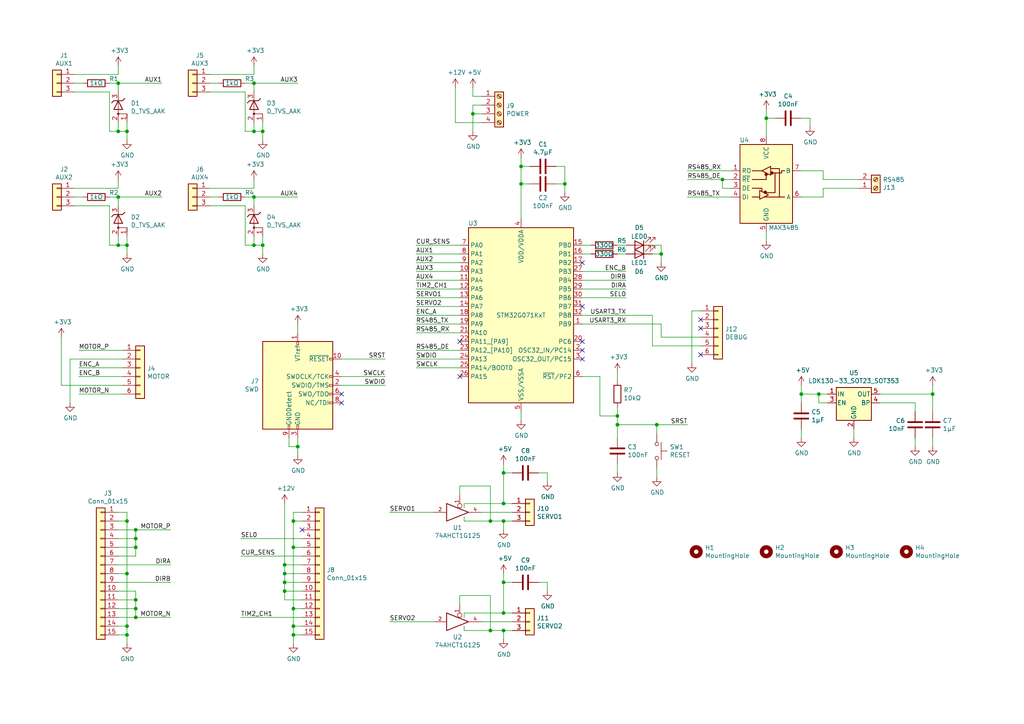
<source format=kicad_sch>
(kicad_sch (version 20230121) (generator eeschema)
  (paper "A4")
  (title_block (title "Motor Driver Board") (date "2020-09-30") (rev "1.0") (company "Nathan Dumont") (comment 1 "https://nathandumont.com/blog/robot-motor-control-board"))
  (lib_symbols
    (symbol "Connector:Conn_ARM_JTAG_SWD_10" (pin_names (offset 1.016))
      (property "Reference" "J" (at -2.54 16.51 0))
      (property "Value" "Conn_ARM_JTAG_SWD_10" (at -2.54 13.97 0))
      (symbol "Conn_ARM_JTAG_SWD_10_1_1"
        (pin power_in line (at 0 15.24 270) (length 2.54) (name "VTref") (number "1"))
        (pin open_collector line (at 12.7 7.62 180) (length 2.54) (name "~{RESET}") (number "10"))
        (pin bidirectional line (at 12.7 0 180) (length 2.54) (name "SWDIO/TMS") (number "2"))
        (pin power_in line (at 0 -15.24 90) (length 2.54) (name "GND") (number "3"))
        (pin output line (at 12.7 2.54 180) (length 2.54) (name "SWDCLK/TCK") (number "4"))
        (pin passive line (at 0 -15.24 90) (length 2.54) hide (name "GND") (number "5"))
        (pin input line (at 12.7 -2.54 180) (length 2.54) (name "SWO/TDO") (number "6"))
        (pin no_connect line (at -10.16 0 0) (length 2.54) hide (name "KEY") (number "7"))
        (pin output line (at 12.7 -5.08 180) (length 2.54) (name "NC/TDI") (number "8"))
        (pin passive line (at -2.54 -15.24 90) (length 2.54) (name "GNDDetect") (number "9"))
      )
    )
    (symbol "Connector:Screw_Terminal_01x02" (pin_names (offset 1.016) hide)
      (property "Reference" "J" (at 0 2.54 0))
      (property "Value" "Screw_Terminal_01x02" (at 0 -5.08 0))
      (symbol "Screw_Terminal_01x02_1_1"
        (pin passive line (at -5.08 0 0) (length 3.81) (name "Pin_1") (number "1"))
        (pin passive line (at -5.08 -2.54 0) (length 3.81) (name "Pin_2") (number "2"))
      )
    )
    (symbol "Connector:Screw_Terminal_01x04" (pin_names (offset 1.016) hide)
      (property "Reference" "J" (at 0 5.08 0))
      (property "Value" "Screw_Terminal_01x04" (at 0 -7.62 0))
      (symbol "Screw_Terminal_01x04_1_1"
        (pin passive line (at -5.08 2.54 0) (length 3.81) (name "Pin_1") (number "1"))
        (pin passive line (at -5.08 0 0) (length 3.81) (name "Pin_2") (number "2"))
        (pin passive line (at -5.08 -2.54 0) (length 3.81) (name "Pin_3") (number "3"))
        (pin passive line (at -5.08 -5.08 0) (length 3.81) (name "Pin_4") (number "4"))
      )
    )
    (symbol "Connector_Generic:Conn_01x03" (pin_names (offset 1.016) hide)
      (property "Reference" "J" (at 0 5.08 0))
      (property "Value" "Conn_01x03" (at 0 -5.08 0))
      (symbol "Conn_01x03_1_1"
        (pin passive line (at -5.08 2.54 0) (length 3.81) (name "Pin_1") (number "1"))
        (pin passive line (at -5.08 0 0) (length 3.81) (name "Pin_2") (number "2"))
        (pin passive line (at -5.08 -2.54 0) (length 3.81) (name "Pin_3") (number "3"))
      )
    )
    (symbol "Connector_Generic:Conn_01x06" (pin_names (offset 1.016) hide)
      (property "Reference" "J" (at 0 7.62 0))
      (property "Value" "Conn_01x06" (at 0 -10.16 0))
      (symbol "Conn_01x06_1_1"
        (pin passive line (at -5.08 5.08 0) (length 3.81) (name "Pin_1") (number "1"))
        (pin passive line (at -5.08 2.54 0) (length 3.81) (name "Pin_2") (number "2"))
        (pin passive line (at -5.08 0 0) (length 3.81) (name "Pin_3") (number "3"))
        (pin passive line (at -5.08 -2.54 0) (length 3.81) (name "Pin_4") (number "4"))
        (pin passive line (at -5.08 -5.08 0) (length 3.81) (name "Pin_5") (number "5"))
        (pin passive line (at -5.08 -7.62 0) (length 3.81) (name "Pin_6") (number "6"))
      )
    )
    (symbol "Connector_Generic:Conn_01x15" (pin_names (offset 1.016) hide)
      (property "Reference" "J" (at 0 20.32 0))
      (property "Value" "Conn_01x15" (at 0 -20.32 0))
      (symbol "Conn_01x15_1_1"
        (pin passive line (at -5.08 17.78 0) (length 3.81) (name "Pin_1") (number "1"))
        (pin passive line (at -5.08 -5.08 0) (length 3.81) (name "Pin_10") (number "10"))
        (pin passive line (at -5.08 -7.62 0) (length 3.81) (name "Pin_11") (number "11"))
        (pin passive line (at -5.08 -10.16 0) (length 3.81) (name "Pin_12") (number "12"))
        (pin passive line (at -5.08 -12.7 0) (length 3.81) (name "Pin_13") (number "13"))
        (pin passive line (at -5.08 -15.24 0) (length 3.81) (name "Pin_14") (number "14"))
        (pin passive line (at -5.08 -17.78 0) (length 3.81) (name "Pin_15") (number "15"))
        (pin passive line (at -5.08 15.24 0) (length 3.81) (name "Pin_2") (number "2"))
        (pin passive line (at -5.08 12.7 0) (length 3.81) (name "Pin_3") (number "3"))
        (pin passive line (at -5.08 10.16 0) (length 3.81) (name "Pin_4") (number "4"))
        (pin passive line (at -5.08 7.62 0) (length 3.81) (name "Pin_5") (number "5"))
        (pin passive line (at -5.08 5.08 0) (length 3.81) (name "Pin_6") (number "6"))
        (pin passive line (at -5.08 2.54 0) (length 3.81) (name "Pin_7") (number "7"))
        (pin passive line (at -5.08 0 0) (length 3.81) (name "Pin_8") (number "8"))
        (pin passive line (at -5.08 -2.54 0) (length 3.81) (name "Pin_9") (number "9"))
      )
    )
    (symbol "Device:C" (pin_numbers hide) (pin_names (offset 0.254))
      (property "Reference" "C" (at 0.635 2.54 0))
      (property "Value" "C" (at 0.635 -2.54 0))
      (symbol "C_1_1"
        (pin passive line (at 0 3.81 270) (length 2.794) (name "~") (number "1"))
        (pin passive line (at 0 -3.81 90) (length 2.794) (name "~") (number "2"))
      )
    )
    (symbol "Device:LED" (pin_numbers hide) (pin_names (offset 1.016) hide)
      (property "Reference" "D" (at 0 2.54 0))
      (property "Value" "LED" (at 0 -2.54 0))
      (symbol "LED_1_1"
        (pin passive line (at -3.81 0 0) (length 2.54) (name "K") (number "1"))
        (pin passive line (at 3.81 0 180) (length 2.54) (name "A") (number "2"))
      )
    )
    (symbol "Device:R" (pin_numbers hide) (pin_names (offset 0))
      (property "Reference" "R" (at 2.032 0 90))
      (property "Value" "R" (at 0 0 90))
      (symbol "R_1_1"
        (pin passive line (at 0 3.81 270) (length 1.27) (name "~") (number "1"))
        (pin passive line (at 0 -3.81 90) (length 1.27) (name "~") (number "2"))
      )
    )
    (symbol "Interface_UART:MAX3485"
      (property "Reference" "U" (at -6.096 11.43 0))
      (property "Value" "MAX3485" (at 0.762 11.43 0))
      (symbol "MAX3485_1_1"
        (pin output line (at -10.16 2.54 0) (length 2.54) (name "RO") (number "1"))
        (pin input line (at -10.16 0 0) (length 2.54) (name "~{RE}") (number "2"))
        (pin input line (at -10.16 -2.54 0) (length 2.54) (name "DE") (number "3"))
        (pin input line (at -10.16 -5.08 0) (length 2.54) (name "DI") (number "4"))
        (pin power_in line (at 0 -15.24 90) (length 2.54) (name "GND") (number "5"))
        (pin bidirectional line (at 10.16 -5.08 180) (length 2.54) (name "A") (number "6"))
        (pin bidirectional line (at 10.16 2.54 180) (length 2.54) (name "B") (number "7"))
        (pin power_in line (at 0 12.7 270) (length 2.54) (name "VCC") (number "8"))
      )
    )
    (symbol "Mechanical:MountingHole" (pin_names (offset 1.016))
      (property "Reference" "H" (at 0 5.08 0))
      (property "Value" "MountingHole" (at 0 3.175 0))
    )
    (symbol "Regulator_Linear:LDK130-33_SOT23_SOT353" (pin_names (offset 0.254))
      (property "Reference" "U" (at -3.81 5.715 0))
      (property "Value" "LDK130-33_SOT23_SOT353" (at 0 5.715 0))
      (symbol "LDK130-33_SOT23_SOT353_1_1"
        (pin power_in line (at -7.62 2.54 0) (length 2.54) (name "IN") (number "1"))
        (pin power_in line (at 0 -7.62 90) (length 2.54) (name "GND") (number "2"))
        (pin input line (at -7.62 0 0) (length 2.54) (name "EN") (number "3"))
        (pin passive line (at 7.62 0 180) (length 2.54) (name "BP") (number "4"))
        (pin power_out line (at 7.62 2.54 180) (length 2.54) (name "OUT") (number "5"))
      )
    )
    (symbol "Switch:SW_Push" (pin_numbers hide) (pin_names (offset 1.016) hide)
      (property "Reference" "SW" (at 1.27 2.54 0))
      (property "Value" "SW_Push" (at 0 -1.524 0))
      (symbol "SW_Push_0_1"
        (pin passive line (at -5.08 0 0) (length 2.54) (name "1") (number "1"))
        (pin passive line (at 5.08 0 180) (length 2.54) (name "2") (number "2"))
      )
    )
    (symbol "extras:D_TVS_AAK" (pin_names (offset 0) hide)
      (property "Reference" "D" (at 0 2.54 0))
      (property "Value" "D_TVS_AAK" (at 0 -2.54 0))
      (symbol "D_TVS_AAK_1_1"
        (pin passive line (at 5.08 2.54 180) (length 2.54) (name "A") (number "1"))
        (pin passive line (at 5.08 0 180) (length 2.54) (name "A") (number "2"))
        (pin passive line (at -3.81 0 0) (length 2.54) (name "K") (number "3"))
      )
    )
    (symbol "motor_board-rescue:+3.3V-power" (power) (pin_names (offset 0))
      (property "Value" "+3.3V-power" (at 0 3.556 0))
      (symbol "+3.3V-power_1_1"
        (pin power_in line (at 0 0 90) (length 0) hide (name "+3V3") (number "1"))
      )
    )
    (symbol "motor_board-rescue:74AHCT1G125-74xGxx" (pin_names (offset 1.016))
      (property "Reference" "U" (at -2.54 3.81 0))
      (property "Value" "74xGxx_74AHCT1G125" (at 0 -3.81 0))
      (symbol "74AHCT1G125-74xGxx_1_1"
        (pin input inverted (at 0 5.08 270) (length 3.81) (name "~") (number "1"))
        (pin input line (at -7.62 0 0) (length 3.81) (name "~") (number "2"))
        (pin power_in line (at 1.27 -1.27 270) (length 0) hide (name "GND") (number "3"))
        (pin tri_state line (at 6.35 0 180) (length 3.81) (name "~") (number "4"))
        (pin power_in line (at 1.27 1.27 90) (length 0) hide (name "VCC") (number "5"))
      )
    )
    (symbol "motor_board-rescue:STM32G071KxT-MCU_ST_STM32G0"
      (property "Reference" "U" (at -15.24 26.67 0))
      (property "Value" "MCU_ST_STM32G0_STM32G071KxT" (at 1.27 26.67 0))
      (symbol "STM32G071KxT-MCU_ST_STM32G0_1_1"
        (pin bidirectional line (at 17.78 -2.54 180) (length 2.54) (name "PB9") (number "1"))
        (pin bidirectional line (at -17.78 12.7 0) (length 2.54) (name "PA3") (number "10"))
        (pin bidirectional line (at -17.78 10.16 0) (length 2.54) (name "PA4") (number "11"))
        (pin bidirectional line (at -17.78 7.62 0) (length 2.54) (name "PA5") (number "12"))
        (pin bidirectional line (at -17.78 5.08 0) (length 2.54) (name "PA6") (number "13"))
        (pin bidirectional line (at -17.78 2.54 0) (length 2.54) (name "PA7") (number "14"))
        (pin bidirectional line (at 17.78 20.32 180) (length 2.54) (name "PB0") (number "15"))
        (pin bidirectional line (at 17.78 17.78 180) (length 2.54) (name "PB1") (number "16"))
        (pin bidirectional line (at 17.78 15.24 180) (length 2.54) (name "PB2") (number "17"))
        (pin bidirectional line (at -17.78 0 0) (length 2.54) (name "PA8") (number "18"))
        (pin bidirectional line (at -17.78 -2.54 0) (length 2.54) (name "PA9") (number "19"))
        (pin bidirectional line (at 17.78 -10.16 180) (length 2.54) (name "OSC32_IN/PC14") (number "2"))
        (pin bidirectional line (at 17.78 -7.62 180) (length 2.54) (name "PC6") (number "20"))
        (pin bidirectional line (at -17.78 -5.08 0) (length 2.54) (name "PA10") (number "21"))
        (pin bidirectional line (at -17.78 -7.62 0) (length 2.54) (name "PA11_[PA9]") (number "22"))
        (pin bidirectional line (at -17.78 -10.16 0) (length 2.54) (name "PA12_[PA10]") (number "23"))
        (pin bidirectional line (at -17.78 -12.7 0) (length 2.54) (name "PA13") (number "24"))
        (pin bidirectional line (at -17.78 -15.24 0) (length 2.54) (name "PA14/BOOT0") (number "25"))
        (pin bidirectional line (at -17.78 -17.78 0) (length 2.54) (name "PA15") (number "26"))
        (pin bidirectional line (at 17.78 12.7 180) (length 2.54) (name "PB3") (number "27"))
        (pin bidirectional line (at 17.78 10.16 180) (length 2.54) (name "PB4") (number "28"))
        (pin bidirectional line (at 17.78 7.62 180) (length 2.54) (name "PB5") (number "29"))
        (pin bidirectional line (at 17.78 -12.7 180) (length 2.54) (name "OSC32_OUT/PC15") (number "3"))
        (pin bidirectional line (at 17.78 5.08 180) (length 2.54) (name "PB6") (number "30"))
        (pin bidirectional line (at 17.78 2.54 180) (length 2.54) (name "PB7") (number "31"))
        (pin bidirectional line (at 17.78 0 180) (length 2.54) (name "PB8") (number "32"))
        (pin power_in line (at 0 27.94 270) (length 2.54) (name "VDD/VDDA") (number "4"))
        (pin power_in line (at 0 -27.94 90) (length 2.54) (name "VSS/VSSA") (number "5"))
        (pin bidirectional line (at 17.78 -17.78 180) (length 2.54) (name "~{RST}/PF2") (number "6"))
        (pin bidirectional line (at -17.78 20.32 0) (length 2.54) (name "PA0") (number "7"))
        (pin bidirectional line (at -17.78 17.78 0) (length 2.54) (name "PA1") (number "8"))
        (pin bidirectional line (at -17.78 15.24 0) (length 2.54) (name "PA2") (number "9"))
      )
    )
    (symbol "power:+12V" (power) (pin_names (offset 0))
      (property "Value" "+12V" (at 0 3.556 0))
      (symbol "+12V_1_1"
        (pin power_in line (at 0 0 90) (length 0) hide (name "+12V") (number "1"))
      )
    )
    (symbol "power:+5V" (power) (pin_names (offset 0))
      (property "Value" "+5V" (at 0 3.556 0))
      (symbol "+5V_1_1"
        (pin power_in line (at 0 0 90) (length 0) hide (name "+5V") (number "1"))
      )
    )
    (symbol "power:GND" (power) (pin_names (offset 0))
      (property "Value" "GND" (at 0 -3.81 0))
      (symbol "GND_1_1"
        (pin power_in line (at 0 0 270) (length 0) hide (name "GND") (number "1"))
      )
    )
    (symbol "power:PWR_FLAG" (power) (pin_numbers hide) (pin_names (offset 0) hide)
      (property "Value" "PWR_FLAG" (at 0 3.81 0))
      (symbol "PWR_FLAG_0_0"
        (pin power_out line (at 0 0 90) (length 0) (name "pwr") (number "1"))
      )
    )
  )
  (junction (at 142.24 151.13))
  (junction (at 36.83 38.1))
  (junction (at 85.09 181.61))
  (junction (at 163.83 53.34))
  (junction (at 36.83 184.15))
  (junction (at 85.09 176.53))
  (junction (at 85.09 151.13))
  (junction (at 36.83 151.13))
  (junction (at 270.51 114.3))
  (junction (at 36.83 71.12))
  (junction (at 34.29 71.12))
  (junction (at 73.66 24.13))
  (junction (at 146.05 168.91))
  (junction (at 34.29 38.1))
  (junction (at 146.05 137.16))
  (junction (at 146.05 151.13))
  (junction (at 82.55 171.45))
  (junction (at 179.07 120.65))
  (junction (at 76.2 38.1))
  (junction (at 39.37 176.53))
  (junction (at 232.41 114.3))
  (junction (at 36.83 166.37))
  (junction (at 73.66 57.15))
  (junction (at 82.55 168.91))
  (junction (at 209.55 52.07))
  (junction (at 76.2 71.12))
  (junction (at 82.55 163.83))
  (junction (at 39.37 158.75))
  (junction (at 36.83 181.61))
  (junction (at 73.66 38.1))
  (junction (at 146.05 146.05))
  (junction (at 190.5 123.19))
  (junction (at 39.37 173.99))
  (junction (at 86.36 129.54))
  (junction (at 73.66 71.12))
  (junction (at 146.05 177.8))
  (junction (at 222.25 34.29))
  (junction (at 39.37 153.67))
  (junction (at 85.09 158.75))
  (junction (at 82.55 166.37))
  (junction (at 146.05 182.88))
  (junction (at 39.37 179.07))
  (junction (at 34.29 57.15))
  (junction (at 39.37 156.21))
  (junction (at 191.77 73.66))
  (junction (at 237.49 114.3))
  (junction (at 137.16 33.02))
  (junction (at 179.07 123.19))
  (junction (at 85.09 184.15))
  (junction (at 151.13 53.34))
  (junction (at 151.13 48.26))
  (junction (at 34.29 24.13))
  (junction (at 142.24 182.88))
  (no_connect (at 99.06 116.84))
  (no_connect (at 168.91 88.9))
  (no_connect (at 168.91 76.2))
  (no_connect (at 168.91 99.06))
  (no_connect (at 203.2 102.87))
  (no_connect (at 133.35 99.06))
  (no_connect (at 133.35 109.22))
  (no_connect (at 203.2 95.25))
  (no_connect (at 87.63 153.67))
  (no_connect (at 99.06 114.3))
  (no_connect (at 203.2 92.71))
  (no_connect (at 168.91 104.14))
  (no_connect (at 168.91 101.6))
  (wire (pts (xy 212.09 49.53) (xy 199.39 49.53)))
  (wire (pts (xy 181.61 81.28) (xy 168.91 81.28)))
  (wire (pts (xy 189.23 91.44) (xy 189.23 100.33)))
  (wire (pts (xy 34.29 184.15) (xy 36.83 184.15)))
  (wire (pts (xy 199.39 52.07) (xy 209.55 52.07)))
  (wire (pts (xy 36.83 38.1) (xy 36.83 40.64)))
  (wire (pts (xy 151.13 48.26) (xy 151.13 45.72)))
  (wire (pts (xy 71.12 26.67) (xy 71.12 38.1)))
  (wire (pts (xy 181.61 78.74) (xy 168.91 78.74)))
  (wire (pts (xy 85.09 148.59) (xy 85.09 151.13)))
  (wire (pts (xy 232.41 114.3) (xy 232.41 116.84)))
  (wire (pts (xy 87.63 173.99) (xy 82.55 173.99)))
  (wire (pts (xy 139.7 35.56) (xy 132.08 35.56)))
  (wire (pts (xy 39.37 158.75) (xy 39.37 156.21)))
  (wire (pts (xy 190.5 135.89) (xy 190.5 138.43)))
  (wire (pts (xy 34.29 151.13) (xy 36.83 151.13)))
  (wire (pts (xy 270.51 119.38) (xy 270.51 114.3)))
  (wire (pts (xy 21.59 24.13) (xy 24.13 24.13)))
  (wire (pts (xy 73.66 38.1) (xy 76.2 38.1)))
  (wire (pts (xy 31.75 24.13) (xy 34.29 24.13)))
  (wire (pts (xy 73.66 38.1) (xy 73.66 35.56)))
  (wire (pts (xy 69.85 156.21) (xy 87.63 156.21)))
  (wire (pts (xy 120.65 73.66) (xy 133.35 73.66)))
  (wire (pts (xy 134.62 146.05) (xy 146.05 146.05)))
  (wire (pts (xy 86.36 129.54) (xy 86.36 127)))
  (wire (pts (xy 270.51 114.3) (xy 255.27 114.3)))
  (wire (pts (xy 36.83 148.59) (xy 34.29 148.59)))
  (wire (pts (xy 134.62 149.86) (xy 134.62 151.13)))
  (wire (pts (xy 31.75 26.67) (xy 31.75 38.1)))
  (wire (pts (xy 34.29 166.37) (xy 36.83 166.37)))
  (wire (pts (xy 34.29 21.59) (xy 34.29 19.05)))
  (wire (pts (xy 35.56 111.76) (xy 17.78 111.76)))
  (wire (pts (xy 191.77 71.12) (xy 191.77 73.66)))
  (wire (pts (xy 133.35 91.44) (xy 120.65 91.44)))
  (wire (pts (xy 35.56 104.14) (xy 20.32 104.14)))
  (wire (pts (xy 168.91 91.44) (xy 189.23 91.44)))
  (wire (pts (xy 21.59 54.61) (xy 34.29 54.61)))
  (wire (pts (xy 60.96 59.69) (xy 71.12 59.69)))
  (wire (pts (xy 39.37 153.67) (xy 49.53 153.67)))
  (wire (pts (xy 189.23 100.33) (xy 203.2 100.33)))
  (wire (pts (xy 60.96 26.67) (xy 71.12 26.67)))
  (wire (pts (xy 133.35 88.9) (xy 120.65 88.9)))
  (wire (pts (xy 179.07 120.65) (xy 179.07 118.11)))
  (wire (pts (xy 137.16 33.02) (xy 137.16 38.1)))
  (wire (pts (xy 34.29 163.83) (xy 49.53 163.83)))
  (wire (pts (xy 148.59 148.59) (xy 139.7 148.59)))
  (wire (pts (xy 232.41 124.46) (xy 232.41 127)))
  (wire (pts (xy 71.12 71.12) (xy 73.66 71.12)))
  (wire (pts (xy 82.55 163.83) (xy 82.55 146.05)))
  (wire (pts (xy 39.37 179.07) (xy 49.53 179.07)))
  (wire (pts (xy 148.59 151.13) (xy 146.05 151.13)))
  (wire (pts (xy 39.37 173.99) (xy 39.37 176.53)))
  (wire (pts (xy 22.86 109.22) (xy 35.56 109.22)))
  (wire (pts (xy 265.43 116.84) (xy 265.43 119.38)))
  (wire (pts (xy 60.96 24.13) (xy 63.5 24.13)))
  (wire (pts (xy 240.03 116.84) (xy 237.49 116.84)))
  (wire (pts (xy 134.62 151.13) (xy 142.24 151.13)))
  (wire (pts (xy 17.78 111.76) (xy 17.78 97.79)))
  (wire (pts (xy 36.83 184.15) (xy 36.83 186.69)))
  (wire (pts (xy 76.2 38.1) (xy 76.2 35.56)))
  (wire (pts (xy 146.05 177.8) (xy 146.05 168.91)))
  (wire (pts (xy 222.25 34.29) (xy 222.25 39.37)))
  (wire (pts (xy 36.83 166.37) (xy 36.83 151.13)))
  (wire (pts (xy 73.66 71.12) (xy 76.2 71.12)))
  (wire (pts (xy 99.06 104.14) (xy 111.76 104.14)))
  (wire (pts (xy 158.75 137.16) (xy 158.75 139.7)))
  (wire (pts (xy 39.37 171.45) (xy 39.37 173.99)))
  (wire (pts (xy 120.65 83.82) (xy 133.35 83.82)))
  (wire (pts (xy 36.83 38.1) (xy 36.83 35.56)))
  (wire (pts (xy 76.2 71.12) (xy 76.2 68.58)))
  (wire (pts (xy 203.2 90.17) (xy 200.66 90.17)))
  (wire (pts (xy 87.63 184.15) (xy 85.09 184.15)))
  (wire (pts (xy 151.13 63.5) (xy 151.13 53.34)))
  (wire (pts (xy 316.23 99.06) (xy 316.23 95.25)))
  (wire (pts (xy 69.85 179.07) (xy 87.63 179.07)))
  (wire (pts (xy 156.21 137.16) (xy 158.75 137.16)))
  (wire (pts (xy 87.63 181.61) (xy 85.09 181.61)))
  (wire (pts (xy 73.66 24.13) (xy 73.66 26.67)))
  (wire (pts (xy 85.09 181.61) (xy 85.09 184.15)))
  (wire (pts (xy 158.75 168.91) (xy 158.75 171.45)))
  (wire (pts (xy 87.63 151.13) (xy 85.09 151.13)))
  (wire (pts (xy 36.83 71.12) (xy 36.83 73.66)))
  (wire (pts (xy 73.66 57.15) (xy 86.36 57.15)))
  (wire (pts (xy 238.76 57.15) (xy 238.76 54.61)))
  (wire (pts (xy 148.59 182.88) (xy 146.05 182.88)))
  (wire (pts (xy 265.43 127) (xy 265.43 129.54)))
  (wire (pts (xy 173.99 120.65) (xy 179.07 120.65)))
  (wire (pts (xy 137.16 27.94) (xy 137.16 25.4)))
  (wire (pts (xy 120.65 104.14) (xy 133.35 104.14)))
  (wire (pts (xy 168.91 93.98) (xy 191.77 93.98)))
  (wire (pts (xy 71.12 24.13) (xy 73.66 24.13)))
  (wire (pts (xy 148.59 168.91) (xy 146.05 168.91)))
  (wire (pts (xy 232.41 34.29) (xy 234.95 34.29)))
  (wire (pts (xy 34.29 38.1) (xy 34.29 35.56)))
  (wire (pts (xy 34.29 24.13) (xy 46.99 24.13)))
  (wire (pts (xy 34.29 24.13) (xy 34.29 26.67)))
  (wire (pts (xy 270.51 114.3) (xy 270.51 111.76)))
  (wire (pts (xy 76.2 71.12) (xy 76.2 73.66)))
  (wire (pts (xy 35.56 106.68) (xy 22.86 106.68)))
  (wire (pts (xy 34.29 156.21) (xy 39.37 156.21)))
  (wire (pts (xy 34.29 54.61) (xy 34.29 52.07)))
  (wire (pts (xy 71.12 57.15) (xy 73.66 57.15)))
  (wire (pts (xy 200.66 90.17) (xy 200.66 105.41)))
  (wire (pts (xy 82.55 171.45) (xy 82.55 168.91)))
  (wire (pts (xy 120.65 81.28) (xy 133.35 81.28)))
  (wire (pts (xy 133.35 143.51) (xy 133.35 140.97)))
  (wire (pts (xy 35.56 114.3) (xy 22.86 114.3)))
  (wire (pts (xy 222.25 34.29) (xy 222.25 31.75)))
  (wire (pts (xy 222.25 67.31) (xy 222.25 69.85)))
  (wire (pts (xy 133.35 140.97) (xy 142.24 140.97)))
  (wire (pts (xy 21.59 57.15) (xy 24.13 57.15)))
  (wire (pts (xy 326.39 99.06) (xy 326.39 95.25)))
  (wire (pts (xy 87.63 148.59) (xy 85.09 148.59)))
  (wire (pts (xy 163.83 48.26) (xy 163.83 53.34)))
  (wire (pts (xy 156.21 168.91) (xy 158.75 168.91)))
  (wire (pts (xy 139.7 27.94) (xy 137.16 27.94)))
  (wire (pts (xy 191.77 93.98) (xy 191.77 97.79)))
  (wire (pts (xy 139.7 33.02) (xy 137.16 33.02)))
  (wire (pts (xy 34.29 38.1) (xy 36.83 38.1)))
  (wire (pts (xy 151.13 121.92) (xy 151.13 119.38)))
  (wire (pts (xy 87.63 163.83) (xy 82.55 163.83)))
  (wire (pts (xy 87.63 171.45) (xy 82.55 171.45)))
  (wire (pts (xy 137.16 30.48) (xy 137.16 33.02)))
  (wire (pts (xy 146.05 151.13) (xy 146.05 153.67)))
  (wire (pts (xy 34.29 158.75) (xy 39.37 158.75)))
  (wire (pts (xy 111.76 111.76) (xy 99.06 111.76)))
  (wire (pts (xy 31.75 71.12) (xy 34.29 71.12)))
  (wire (pts (xy 146.05 168.91) (xy 146.05 166.37)))
  (wire (pts (xy 34.29 57.15) (xy 46.99 57.15)))
  (wire (pts (xy 34.29 181.61) (xy 36.83 181.61)))
  (wire (pts (xy 120.65 93.98) (xy 133.35 93.98)))
  (wire (pts (xy 146.05 146.05) (xy 146.05 137.16)))
  (wire (pts (xy 179.07 123.19) (xy 179.07 120.65)))
  (wire (pts (xy 148.59 137.16) (xy 146.05 137.16)))
  (wire (pts (xy 232.41 57.15) (xy 238.76 57.15)))
  (wire (pts (xy 163.83 53.34) (xy 163.83 55.88)))
  (wire (pts (xy 134.62 177.8) (xy 146.05 177.8)))
  (wire (pts (xy 85.09 176.53) (xy 85.09 181.61)))
  (wire (pts (xy 238.76 52.07) (xy 238.76 49.53)))
  (wire (pts (xy 86.36 129.54) (xy 86.36 132.08)))
  (wire (pts (xy 39.37 161.29) (xy 39.37 158.75)))
  (wire (pts (xy 82.55 163.83) (xy 82.55 166.37)))
  (wire (pts (xy 39.37 156.21) (xy 39.37 153.67)))
  (wire (pts (xy 82.55 166.37) (xy 87.63 166.37)))
  (wire (pts (xy 120.65 71.12) (xy 133.35 71.12)))
  (wire (pts (xy 87.63 158.75) (xy 85.09 158.75)))
  (wire (pts (xy 87.63 161.29) (xy 69.85 161.29)))
  (wire (pts (xy 60.96 21.59) (xy 73.66 21.59)))
  (wire (pts (xy 179.07 127) (xy 179.07 123.19)))
  (wire (pts (xy 83.82 129.54) (xy 86.36 129.54)))
  (wire (pts (xy 73.66 57.15) (xy 73.66 59.69)))
  (wire (pts (xy 247.65 124.46) (xy 247.65 127)))
  (wire (pts (xy 161.29 48.26) (xy 163.83 48.26)))
  (wire (pts (xy 111.76 109.22) (xy 99.06 109.22)))
  (wire (pts (xy 148.59 180.34) (xy 139.7 180.34)))
  (wire (pts (xy 190.5 123.19) (xy 199.39 123.19)))
  (wire (pts (xy 238.76 49.53) (xy 232.41 49.53)))
  (wire (pts (xy 76.2 38.1) (xy 76.2 40.64)))
  (wire (pts (xy 163.83 53.34) (xy 161.29 53.34)))
  (wire (pts (xy 34.29 171.45) (xy 39.37 171.45)))
  (wire (pts (xy 151.13 53.34) (xy 153.67 53.34)))
  (wire (pts (xy 34.29 57.15) (xy 34.29 59.69)))
  (wire (pts (xy 34.29 173.99) (xy 39.37 173.99)))
  (wire (pts (xy 222.25 34.29) (xy 224.79 34.29)))
  (wire (pts (xy 168.91 71.12) (xy 171.45 71.12)))
  (wire (pts (xy 36.83 71.12) (xy 36.83 68.58)))
  (wire (pts (xy 120.65 106.68) (xy 133.35 106.68)))
  (wire (pts (xy 120.65 76.2) (xy 133.35 76.2)))
  (wire (pts (xy 71.12 59.69) (xy 71.12 71.12)))
  (wire (pts (xy 139.7 30.48) (xy 137.16 30.48)))
  (wire (pts (xy 34.29 153.67) (xy 39.37 153.67)))
  (wire (pts (xy 237.49 114.3) (xy 232.41 114.3)))
  (wire (pts (xy 34.29 71.12) (xy 34.29 68.58)))
  (wire (pts (xy 125.73 148.59) (xy 113.03 148.59)))
  (wire (pts (xy 83.82 127) (xy 83.82 129.54)))
  (wire (pts (xy 21.59 21.59) (xy 34.29 21.59)))
  (wire (pts (xy 133.35 86.36) (xy 120.65 86.36)))
  (wire (pts (xy 234.95 34.29) (xy 234.95 36.83)))
  (wire (pts (xy 73.66 54.61) (xy 73.66 52.07)))
  (wire (pts (xy 142.24 172.72) (xy 142.24 182.88)))
  (wire (pts (xy 20.32 104.14) (xy 20.32 116.84)))
  (wire (pts (xy 209.55 52.07) (xy 212.09 52.07)))
  (wire (pts (xy 191.77 97.79) (xy 203.2 97.79)))
  (wire (pts (xy 148.59 146.05) (xy 146.05 146.05)))
  (wire (pts (xy 125.73 180.34) (xy 113.03 180.34)))
  (wire (pts (xy 189.23 73.66) (xy 191.77 73.66)))
  (wire (pts (xy 142.24 182.88) (xy 146.05 182.88)))
  (wire (pts (xy 133.35 175.26) (xy 133.35 172.72)))
  (wire (pts (xy 31.75 38.1) (xy 34.29 38.1)))
  (wire (pts (xy 209.55 54.61) (xy 212.09 54.61)))
  (wire (pts (xy 168.91 109.22) (xy 173.99 109.22)))
  (wire (pts (xy 73.66 24.13) (xy 86.36 24.13)))
  (wire (pts (xy 191.77 73.66) (xy 191.77 76.2)))
  (wire (pts (xy 35.56 101.6) (xy 22.86 101.6)))
  (wire (pts (xy 34.29 161.29) (xy 39.37 161.29)))
  (wire (pts (xy 134.62 179.07) (xy 134.62 177.8)))
  (wire (pts (xy 73.66 21.59) (xy 73.66 19.05)))
  (wire (pts (xy 73.66 71.12) (xy 73.66 68.58)))
  (wire (pts (xy 142.24 140.97) (xy 142.24 151.13)))
  (wire (pts (xy 179.07 73.66) (xy 181.61 73.66)))
  (wire (pts (xy 85.09 184.15) (xy 85.09 186.69)))
  (wire (pts (xy 85.09 151.13) (xy 85.09 158.75)))
  (wire (pts (xy 179.07 71.12) (xy 181.61 71.12)))
  (wire (pts (xy 146.05 137.16) (xy 146.05 134.62)))
  (wire (pts (xy 85.09 158.75) (xy 85.09 176.53)))
  (wire (pts (xy 71.12 38.1) (xy 73.66 38.1)))
  (wire (pts (xy 21.59 26.67) (xy 31.75 26.67)))
  (wire (pts (xy 142.24 151.13) (xy 146.05 151.13)))
  (wire (pts (xy 134.62 181.61) (xy 134.62 182.88)))
  (wire (pts (xy 39.37 179.07) (xy 34.29 179.07)))
  (wire (pts (xy 87.63 168.91) (xy 82.55 168.91)))
  (wire (pts (xy 120.65 78.74) (xy 133.35 78.74)))
  (wire (pts (xy 199.39 57.15) (xy 212.09 57.15)))
  (wire (pts (xy 133.35 96.52) (xy 120.65 96.52)))
  (wire (pts (xy 189.23 71.12) (xy 191.77 71.12)))
  (wire (pts (xy 190.5 123.19) (xy 190.5 125.73)))
  (wire (pts (xy 248.92 52.07) (xy 238.76 52.07)))
  (wire (pts (xy 49.53 168.91) (xy 34.29 168.91)))
  (wire (pts (xy 31.75 59.69) (xy 31.75 71.12)))
  (wire (pts (xy 238.76 54.61) (xy 248.92 54.61)))
  (wire (pts (xy 133.35 172.72) (xy 142.24 172.72)))
  (wire (pts (xy 60.96 57.15) (xy 63.5 57.15)))
  (wire (pts (xy 173.99 109.22) (xy 173.99 120.65)))
  (wire (pts (xy 168.91 73.66) (xy 171.45 73.66)))
  (wire (pts (xy 60.96 54.61) (xy 73.66 54.61)))
  (wire (pts (xy 179.07 134.62) (xy 179.07 137.16)))
  (wire (pts (xy 151.13 53.34) (xy 151.13 48.26)))
  (wire (pts (xy 168.91 83.82) (xy 181.61 83.82)))
  (wire (pts (xy 82.55 173.99) (xy 82.55 171.45)))
  (wire (pts (xy 87.63 176.53) (xy 85.09 176.53)))
  (wire (pts (xy 134.62 147.32) (xy 134.62 146.05)))
  (wire (pts (xy 34.29 176.53) (xy 39.37 176.53)))
  (wire (pts (xy 120.65 101.6) (xy 133.35 101.6)))
  (wire (pts (xy 209.55 52.07) (xy 209.55 54.61)))
  (wire (pts (xy 181.61 86.36) (xy 168.91 86.36)))
  (wire (pts (xy 82.55 168.91) (xy 82.55 166.37)))
  (wire (pts (xy 21.59 59.69) (xy 31.75 59.69)))
  (wire (pts (xy 232.41 114.3) (xy 232.41 111.76)))
  (wire (pts (xy 270.51 127) (xy 270.51 129.54)))
  (wire (pts (xy 179.07 123.19) (xy 190.5 123.19)))
  (wire (pts (xy 36.83 151.13) (xy 36.83 148.59)))
  (wire (pts (xy 341.63 110.49) (xy 341.63 114.3)))
  (wire (pts (xy 237.49 116.84) (xy 237.49 114.3)))
  (wire (pts (xy 36.83 181.61) (xy 36.83 184.15)))
  (wire (pts (xy 179.07 110.49) (xy 179.07 107.95)))
  (wire (pts (xy 255.27 116.84) (xy 265.43 116.84)))
  (wire (pts (xy 146.05 182.88) (xy 146.05 185.42)))
  (wire (pts (xy 134.62 182.88) (xy 142.24 182.88)))
  (wire (pts (xy 151.13 48.26) (xy 153.67 48.26)))
  (wire (pts (xy 237.49 114.3) (xy 240.03 114.3)))
  (wire (pts (xy 36.83 181.61) (xy 36.83 166.37)))
  (wire (pts (xy 31.75 57.15) (xy 34.29 57.15)))
  (wire (pts (xy 39.37 176.53) (xy 39.37 179.07)))
  (wire (pts (xy 132.08 35.56) (xy 132.08 25.4)))
  (wire (pts (xy 34.29 71.12) (xy 36.83 71.12)))
  (wire (pts (xy 148.59 177.8) (xy 146.05 177.8)))
  (wire (pts (xy 86.36 96.52) (xy 86.36 93.98)))
  (label "SWDIO" (at 120.65 104.14 0))
  (label "SWDIO" (at 111.76 111.76 180))
  (label "RS485_RX" (at 199.39 49.53 0))
  (label "RS485_TX" (at 120.65 93.98 0))
  (label "ENC_B" (at 181.61 78.74 180))
  (label "RS485_DE" (at 199.39 52.07 0))
  (label "SEL0" (at 181.61 86.36 180))
  (label "SWCLK" (at 111.76 109.22 180))
  (label "MOTOR_N" (at 22.86 114.3 0))
  (label "SERVO1" (at 113.03 148.59 0))
  (label "ENC_B" (at 22.86 109.22 0))
  (label "AUX3" (at 86.36 24.13 180))
  (label "TIM2_CH1" (at 120.65 83.82 0))
  (label "AUX4" (at 86.36 57.15 180))
  (label "CUR_SENS" (at 69.85 161.29 0))
  (label "RS485_TX" (at 199.39 57.15 0))
  (label "MOTOR_P" (at 22.86 101.6 0))
  (label "SRST" (at 111.76 104.14 180))
  (label "SERVO2" (at 113.03 180.34 0))
  (label "USART3_TX" (at 181.61 91.44 180))
  (label "AUX2" (at 120.65 76.2 0))
  (label "TIM2_CH1" (at 69.85 179.07 0))
  (label "RS485_DE" (at 120.65 101.6 0))
  (label "DIRB" (at 49.53 168.91 180))
  (label "ENC_A" (at 22.86 106.68 0))
  (label "SERVO1" (at 120.65 86.36 0))
  (label "SRST" (at 199.39 123.19 180))
  (label "AUX3" (at 120.65 78.74 0))
  (label "AUX2" (at 46.99 57.15 180))
  (label "AUX4" (at 120.65 81.28 0))
  (label "DIRA" (at 181.61 83.82 180))
  (label "SEL0" (at 69.85 156.21 0))
  (label "SWCLK" (at 120.65 106.68 0))
  (label "RS485_RX" (at 120.65 96.52 0))
  (label "AUX1" (at 120.65 73.66 0))
  (label "USART3_RX" (at 181.61 93.98 180))
  (label "CUR_SENS" (at 120.65 71.12 0))
  (label "AUX1" (at 46.99 24.13 180))
  (label "DIRB" (at 181.61 81.28 180))
  (label "DIRA" (at 49.53 163.83 180))
  (label "ENC_A" (at 120.65 91.44 0))
  (label "MOTOR_P" (at 49.53 153.67 180))
  (label "MOTOR_N" (at 49.53 179.07 180))
  (label "SERVO2" (at 120.65 88.9 0))
  (symbol (lib_id "motor_board-rescue:STM32G071KxT-MCU_ST_STM32G0") (at 151.13 91.44 0) (unit 1)
    (property "Reference" "U3" (at 137.16 64.77 0))
    (property "Value" "STM32G071KxT" (at 151.13 91.44 0))
    (property "Footprint" "Package_QFP:LQFP-32_7x7mm_P0.8mm" (effects hide))
    (property "Datasheet" "https://www.st.com/resource/en/datasheet/stm32g071kb.pdf" (effects hide))
    (property "Part number" "ST STM32G071KBT6" (effects hide))
    (property "Farnell" "2980897" (effects hide))
  )
  (symbol (lib_id "Connector_Generic:Conn_01x15") (at 29.21 166.37 0) (mirror y) (unit 1)
    (property "Reference" "J3" (at 31.2928 143.0782 0))
    (property "Value" "Conn_01x15" (at 31.2928 145.3896 0))
    (property "Footprint" "Connector_PinHeader_2.54mm:PinHeader_1x15_P2.54mm_Vertical" (effects hide))
  )
  (symbol (lib_id "Connector_Generic:Conn_01x15") (at 92.71 166.37 0) (unit 1)
    (property "Reference" "J8" (at 94.742 165.3032 0) (effects (justify left)))
    (property "Value" "Conn_01x15" (at 94.742 167.6146 0) (effects (justify left)))
    (property "Footprint" "Connector_PinSocket_2.54mm:PinSocket_1x15_P2.54mm_Vertical" (effects hide))
  )
  (symbol (lib_id "Connector:Conn_ARM_JTAG_SWD_10") (at 86.36 111.76 0) (unit 1)
    (property "Reference" "J7" (at 75.1078 110.5916 0) (effects (justify right)))
    (property "Value" "SWD" (at 75.1078 112.903 0) (effects (justify right)))
    (property "Footprint" "extras:SAMTEC_SHF-SM_5x2" (effects hide))
    (property "Datasheet" "http://infocenter.arm.com/help/topic/com.arm.doc.ddi0314h/DDI0314H_coresight_components_trm.pdf" (effects hide))
  )
  (symbol (lib_id "Connector:Screw_Terminal_01x04") (at 144.78 30.48 0) (unit 1)
    (property "Reference" "J9" (at 146.812 30.6832 0) (effects (justify left)))
    (property "Value" "POWER" (at 146.812 32.9946 0) (effects (justify left)))
    (property "Footprint" "Connector_Phoenix_MSTB:PhoenixContact_MSTBA_2,5_4-G-5,08_1x04_P5.08mm_Horizontal" (effects hide))
    (property "Farnell" "3705195" (effects hide))
    (property "Part number" "PHOENIX CONTACT MSTBA 2,5/ 4-G-5,08" (effects hide))
  )
  (symbol (lib_id "Interface_UART:MAX3485") (at 222.25 52.07 0) (unit 1)
    (property "Reference" "U4" (at 215.9 40.64 0))
    (property "Value" "MAX3485" (at 227.33 66.04 0))
    (property "Footprint" "Package_SO:SOIC-8_3.9x4.9mm_P1.27mm" (effects hide))
    (property "Datasheet" "https://datasheets.maximintegrated.com/en/ds/MAX3483-MAX3491.pdf" (effects hide))
    (property "Part number" "MAXIM MAX3485CSA+" (effects hide))
    (property "Farnell" "2512100" (effects hide))
  )
  (symbol (lib_id "Regulator_Linear:LDK130-33_SOT23_SOT353") (at 247.65 116.84 0) (unit 1)
    (property "Reference" "U5" (at 247.65 108.1532 0))
    (property "Value" "LDK130-33_SOT23_SOT353" (at 247.65 110.4646 0))
    (property "Footprint" "Package_TO_SOT_SMD:SOT-23-5" (effects hide))
    (property "Datasheet" "http://www.st.com/content/ccc/resource/technical/document/datasheet/29/10/f7/87/2f/66/47/f4/DM00076097.pdf/files/DM00076097.pdf/jcr:content/translations/en.DM00076097.pdf" (effects hide))
    (property "Part number" "ST LDK130M33R" (effects hide))
    (property "Farnell" "2849788" (effects hide))
  )
  (symbol (lib_id "Device:C") (at 232.41 120.65 0) (unit 1)
    (property "Reference" "C5" (at 235.331 119.4816 0) (effects (justify left)))
    (property "Value" "1µF" (at 235.331 121.793 0) (effects (justify left)))
    (property "Footprint" "Capacitor_SMD:C_0603_1608Metric" (effects hide))
  )
  (symbol (lib_id "Device:C") (at 270.51 123.19 0) (unit 1)
    (property "Reference" "C7" (at 273.431 122.0216 0) (effects (justify left)))
    (property "Value" "1µF" (at 273.431 124.333 0) (effects (justify left)))
    (property "Footprint" "Capacitor_SMD:C_0603_1608Metric" (effects hide))
  )
  (symbol (lib_id "Device:C") (at 265.43 123.19 0) (unit 1)
    (property "Reference" "C6" (at 262.5344 122.0216 0) (effects (justify right)))
    (property "Value" "10nF" (at 262.5344 124.333 0) (effects (justify right)))
    (property "Footprint" "Capacitor_SMD:C_0603_1608Metric" (effects hide))
  )
  (symbol (lib_id "power:GND") (at 232.41 127 0) (unit 1)
    (property "Reference" "#PWR034" (effects hide))
    (property "Value" "GND" (at 232.537 131.3942 0))
  )
  (symbol (lib_id "power:GND") (at 247.65 127 0) (unit 1)
    (property "Reference" "#PWR036" (effects hide))
    (property "Value" "GND" (at 247.777 131.3942 0))
  )
  (symbol (lib_id "power:GND") (at 265.43 129.54 0) (unit 1)
    (property "Reference" "#PWR037" (effects hide))
    (property "Value" "GND" (at 265.557 133.9342 0))
  )
  (symbol (lib_id "power:GND") (at 270.51 129.54 0) (unit 1)
    (property "Reference" "#PWR039" (effects hide))
    (property "Value" "GND" (at 270.637 133.9342 0))
  )
  (symbol (lib_id "power:+5V") (at 232.41 111.76 0) (unit 1)
    (property "Reference" "#PWR033" (effects hide))
    (property "Value" "+5V" (at 232.791 107.3658 0))
  )
  (symbol (lib_id "motor_board-rescue:+3.3V-power") (at 270.51 111.76 0) (unit 1)
    (property "Reference" "#PWR038" (effects hide))
    (property "Value" "+3.3V" (at 270.891 107.3658 0))
  )
  (symbol (lib_id "power:GND") (at 137.16 38.1 0) (unit 1)
    (property "Reference" "#PWR018" (effects hide))
    (property "Value" "GND" (at 137.287 42.4942 0))
  )
  (symbol (lib_id "power:+5V") (at 137.16 25.4 0) (unit 1)
    (property "Reference" "#PWR017" (effects hide))
    (property "Value" "+5V" (at 137.541 21.0058 0))
  )
  (symbol (lib_id "power:+12V") (at 132.08 25.4 0) (unit 1)
    (property "Reference" "#PWR016" (effects hide))
    (property "Value" "+12V" (at 132.461 21.0058 0))
  )
  (symbol (lib_id "motor_board-rescue:+3.3V-power") (at 151.13 45.72 0) (unit 1)
    (property "Reference" "#PWR019" (effects hide))
    (property "Value" "+3.3V" (at 151.511 41.3258 0))
  )
  (symbol (lib_id "Device:C") (at 157.48 53.34 270) (unit 1)
    (property "Reference" "C2" (at 157.48 57.404 90))
    (property "Value" "100nF" (at 157.48 59.7154 90))
    (property "Footprint" "Capacitor_SMD:C_0603_1608Metric" (effects hide))
  )
  (symbol (lib_id "Device:C") (at 157.48 48.26 270) (unit 1)
    (property "Reference" "C1" (at 157.48 41.8592 90))
    (property "Value" "4.7µF" (at 157.48 44.1706 90))
    (property "Footprint" "Capacitor_SMD:C_0805_2012Metric" (effects hide))
  )
  (symbol (lib_id "power:GND") (at 163.83 55.88 0) (unit 1)
    (property "Reference" "#PWR025" (effects hide))
    (property "Value" "GND" (at 163.957 60.2742 0))
  )
  (symbol (lib_id "power:GND") (at 151.13 121.92 0) (unit 1)
    (property "Reference" "#PWR020" (effects hide))
    (property "Value" "GND" (at 151.257 126.3142 0))
  )
  (symbol (lib_id "power:GND") (at 20.32 116.84 0) (unit 1)
    (property "Reference" "#PWR02" (effects hide))
    (property "Value" "GND" (at 20.447 121.2342 0))
  )
  (symbol (lib_id "motor_board-rescue:+3.3V-power") (at 17.78 97.79 0) (unit 1)
    (property "Reference" "#PWR01" (effects hide))
    (property "Value" "+3.3V" (at 18.161 93.3958 0))
  )
  (symbol (lib_id "Connector_Generic:Conn_01x06") (at 40.64 106.68 0) (unit 1)
    (property "Reference" "J4" (at 42.672 106.8832 0) (effects (justify left)))
    (property "Value" "MOTOR" (at 42.672 109.1946 0) (effects (justify left)))
    (property "Footprint" "Connector_Molex:Molex_KK-254_AE-6410-06A_1x06_P2.54mm_Vertical" (effects hide))
    (property "Farnell" "9731172" (effects hide))
    (property "Part number" "MOLEX 22-27-2061" (effects hide))
  )
  (symbol (lib_id "power:GND") (at 86.36 132.08 0) (unit 1)
    (property "Reference" "#PWR015" (effects hide))
    (property "Value" "GND" (at 86.487 136.4742 0))
  )
  (symbol (lib_id "motor_board-rescue:+3.3V-power") (at 86.36 93.98 0) (unit 1)
    (property "Reference" "#PWR014" (effects hide))
    (property "Value" "+3.3V" (at 86.741 89.5858 0))
  )
  (symbol (lib_id "Device:C") (at 228.6 34.29 270) (unit 1)
    (property "Reference" "C4" (at 228.6 27.8892 90))
    (property "Value" "100nF" (at 228.6 30.2006 90))
    (property "Footprint" "Capacitor_SMD:C_0603_1608Metric" (effects hide))
  )
  (symbol (lib_id "power:GND") (at 234.95 36.83 0) (unit 1)
    (property "Reference" "#PWR035" (effects hide))
    (property "Value" "GND" (at 235.077 41.2242 0))
  )
  (symbol (lib_id "power:GND") (at 222.25 69.85 0) (unit 1)
    (property "Reference" "#PWR032" (effects hide))
    (property "Value" "GND" (at 222.377 74.2442 0))
  )
  (symbol (lib_id "motor_board-rescue:+3.3V-power") (at 222.25 31.75 0) (unit 1)
    (property "Reference" "#PWR031" (effects hide))
    (property "Value" "+3.3V" (at 222.631 27.3558 0))
  )
  (symbol (lib_id "Connector:Screw_Terminal_01x02") (at 254 54.61 0) (mirror x) (unit 1)
    (property "Reference" "J13" (at 256.032 54.4068 0) (effects (justify left)))
    (property "Value" "RS485" (at 256.032 52.0954 0) (effects (justify left)))
    (property "Footprint" "Connector_Phoenix_MSTB:PhoenixContact_MSTBA_2,5_2-G-5,08_1x02_P5.08mm_Horizontal" (effects hide))
    (property "Farnell" "3705171" (effects hide))
    (property "Part number" "PHOENIX CONTACT MSTBA 2,5/ 2-G-5,08" (effects hide))
  )
  (symbol (lib_id "motor_board-rescue:74AHCT1G125-74xGxx") (at 133.35 148.59 0) (unit 1)
    (property "Reference" "U1" (at 132.715 153.035 0))
    (property "Value" "74AHCT1G125" (at 132.715 155.3464 0))
    (property "Footprint" "Package_TO_SOT_SMD:SOT-353_SC-70-5" (effects hide))
    (property "Datasheet" "http://www.ti.com/lit/sg/scyt129e/scyt129e.pdf" (effects hide))
    (property "Part number" "TI SN74AHCT1G125DCKR" (effects hide))
    (property "Farnell" "3006131" (effects hide))
  )
  (symbol (lib_id "Connector_Generic:Conn_01x03") (at 153.67 148.59 0) (unit 1)
    (property "Reference" "J10" (at 155.702 147.5232 0) (effects (justify left)))
    (property "Value" "SERVO1" (at 155.702 149.8346 0) (effects (justify left)))
    (property "Footprint" "Connector_PinHeader_2.54mm:PinHeader_1x03_P2.54mm_Vertical" (effects hide))
  )
  (symbol (lib_id "power:+5V") (at 146.05 134.62 0) (unit 1)
    (property "Reference" "#PWR021" (effects hide))
    (property "Value" "+5V" (at 146.431 130.2258 0))
  )
  (symbol (lib_id "power:GND") (at 146.05 153.67 0) (unit 1)
    (property "Reference" "#PWR022" (effects hide))
    (property "Value" "GND" (at 146.177 158.0642 0))
  )
  (symbol (lib_id "extras:D_TVS_AAK") (at 34.29 30.48 270) (unit 1)
    (property "Reference" "D1" (at 37.9222 29.9466 90) (effects (justify left)))
    (property "Value" "D_TVS_AAK" (at 37.9222 32.258 90) (effects (justify left)))
    (property "Footprint" "Package_TO_SOT_SMD:SOT-23" (effects hide))
    (property "Part number" "BOURNS CDSOT23-T03-Q" (effects hide))
    (property "Farnell" "3015164" (effects hide))
  )
  (symbol (lib_id "Connector_Generic:Conn_01x03") (at 16.51 24.13 0) (mirror y) (unit 1)
    (property "Reference" "J1" (at 18.5928 16.0782 0))
    (property "Value" "AUX1" (at 18.5928 18.3896 0))
    (property "Footprint" "Connector_PinHeader_2.54mm:PinHeader_1x03_P2.54mm_Vertical" (effects hide))
  )
  (symbol (lib_id "power:GND") (at 36.83 186.69 0) (unit 1)
    (property "Reference" "#PWR07" (effects hide))
    (property "Value" "GND" (at 36.957 191.0842 0))
  )
  (symbol (lib_id "power:GND") (at 85.09 186.69 0) (unit 1)
    (property "Reference" "#PWR013" (effects hide))
    (property "Value" "GND" (at 85.217 191.0842 0))
  )
  (symbol (lib_id "power:+12V") (at 82.55 146.05 0) (unit 1)
    (property "Reference" "#PWR012" (effects hide))
    (property "Value" "+12V" (at 82.931 141.6558 0))
  )
  (symbol (lib_id "Device:R") (at 27.94 24.13 270) (unit 1)
    (property "Reference" "R1" (at 33.02 22.86 90))
    (property "Value" "1kΩ" (at 27.94 24.13 90))
    (property "Footprint" "Resistor_SMD:R_0603_1608Metric" (effects hide))
  )
  (symbol (lib_id "power:GND") (at 36.83 40.64 0) (unit 1)
    (property "Reference" "#PWR05" (effects hide))
    (property "Value" "GND" (at 36.957 45.0342 0))
  )
  (symbol (lib_id "motor_board-rescue:+3.3V-power") (at 34.29 19.05 0) (unit 1)
    (property "Reference" "#PWR03" (effects hide))
    (property "Value" "+3.3V" (at 34.671 14.6558 0))
  )
  (symbol (lib_id "extras:D_TVS_AAK") (at 34.29 63.5 270) (unit 1)
    (property "Reference" "D2" (at 37.9222 62.9666 90) (effects (justify left)))
    (property "Value" "D_TVS_AAK" (at 37.9222 65.278 90) (effects (justify left)))
    (property "Footprint" "Package_TO_SOT_SMD:SOT-23" (effects hide))
    (property "Part number" "BOURNS CDSOT23-T03-Q" (effects hide))
    (property "Farnell" "3015164" (effects hide))
  )
  (symbol (lib_id "Connector_Generic:Conn_01x03") (at 16.51 57.15 0) (mirror y) (unit 1)
    (property "Reference" "J2" (at 18.5928 49.0982 0))
    (property "Value" "AUX2" (at 18.5928 51.4096 0))
    (property "Footprint" "Connector_PinHeader_2.54mm:PinHeader_1x03_P2.54mm_Vertical" (effects hide))
  )
  (symbol (lib_id "Device:R") (at 27.94 57.15 270) (unit 1)
    (property "Reference" "R2" (at 33.02 55.88 90))
    (property "Value" "1kΩ" (at 27.94 57.15 90))
    (property "Footprint" "Resistor_SMD:R_0603_1608Metric" (effects hide))
  )
  (symbol (lib_id "power:GND") (at 36.83 73.66 0) (unit 1)
    (property "Reference" "#PWR06" (effects hide))
    (property "Value" "GND" (at 36.957 78.0542 0))
  )
  (symbol (lib_id "motor_board-rescue:+3.3V-power") (at 34.29 52.07 0) (unit 1)
    (property "Reference" "#PWR04" (effects hide))
    (property "Value" "+3.3V" (at 34.671 47.6758 0))
  )
  (symbol (lib_id "Device:C") (at 152.4 137.16 270) (unit 1)
    (property "Reference" "C8" (at 152.4 130.7592 90))
    (property "Value" "100nF" (at 152.4 133.0706 90))
    (property "Footprint" "Capacitor_SMD:C_0603_1608Metric" (effects hide))
  )
  (symbol (lib_id "power:GND") (at 158.75 139.7 0) (unit 1)
    (property "Reference" "#PWR040" (effects hide))
    (property "Value" "GND" (at 158.877 144.0942 0))
  )
  (symbol (lib_id "motor_board-rescue:74AHCT1G125-74xGxx") (at 133.35 180.34 0) (unit 1)
    (property "Reference" "U2" (at 132.715 184.785 0))
    (property "Value" "74AHCT1G125" (at 132.715 187.0964 0))
    (property "Footprint" "Package_TO_SOT_SMD:SOT-353_SC-70-5" (effects hide))
    (property "Datasheet" "http://www.ti.com/lit/sg/scyt129e/scyt129e.pdf" (effects hide))
    (property "Part number" "TI SN74AHCT1G125DCKR" (effects hide))
    (property "Farnell" "3006131" (effects hide))
  )
  (symbol (lib_id "Connector_Generic:Conn_01x03") (at 153.67 180.34 0) (unit 1)
    (property "Reference" "J11" (at 155.702 179.2732 0) (effects (justify left)))
    (property "Value" "SERVO2" (at 155.702 181.5846 0) (effects (justify left)))
    (property "Footprint" "Connector_PinHeader_2.54mm:PinHeader_1x03_P2.54mm_Vertical" (effects hide))
  )
  (symbol (lib_id "power:+5V") (at 146.05 166.37 0) (unit 1)
    (property "Reference" "#PWR023" (effects hide))
    (property "Value" "+5V" (at 146.431 161.9758 0))
  )
  (symbol (lib_id "power:GND") (at 146.05 185.42 0) (unit 1)
    (property "Reference" "#PWR024" (effects hide))
    (property "Value" "GND" (at 146.177 189.8142 0))
  )
  (symbol (lib_id "Device:LED") (at 185.42 71.12 180) (unit 1)
    (property "Reference" "D5" (at 185.42 66.04 0))
    (property "Value" "LED0" (at 185.42 68.58 0))
    (property "Footprint" "LED_SMD:LED_0603_1608Metric" (effects hide))
    (property "Farnell" "2099221" (effects hide))
    (property "Part number" "KINGBRIGHT KPT-1608EC" (effects hide))
  )
  (symbol (lib_id "Device:R") (at 175.26 71.12 270) (unit 1)
    (property "Reference" "R5" (at 180.34 69.85 90))
    (property "Value" "330Ω" (at 175.26 71.12 90))
    (property "Footprint" "Resistor_SMD:R_0603_1608Metric" (effects hide))
    (property "Farnell" "2447339" (effects hide))
    (property "Part number" "MULTICOMP MCWR06X3300FTL" (effects hide))
  )
  (symbol (lib_id "Device:R") (at 175.26 73.66 270) (unit 1)
    (property "Reference" "R6" (at 180.34 72.39 90))
    (property "Value" "330Ω" (at 175.26 73.66 90))
    (property "Footprint" "Resistor_SMD:R_0603_1608Metric" (effects hide))
    (property "Farnell" "2447339" (effects hide))
    (property "Part number" "MULTICOMP MCWR06X3300FTL" (effects hide))
  )
  (symbol (lib_id "Device:LED") (at 185.42 73.66 180) (unit 1)
    (property "Reference" "D6" (at 185.42 78.74 0))
    (property "Value" "LED1" (at 185.42 76.2 0))
    (property "Footprint" "LED_SMD:LED_0603_1608Metric" (effects hide))
    (property "Farnell" "2426215" (effects hide))
    (property "Part number" "KINGBRIGHT KPH-1608SGC" (effects hide))
  )
  (symbol (lib_id "Device:C") (at 152.4 168.91 270) (unit 1)
    (property "Reference" "C9" (at 152.4 162.5092 90))
    (property "Value" "100nF" (at 152.4 164.8206 90))
    (property "Footprint" "Capacitor_SMD:C_0603_1608Metric" (effects hide))
  )
  (symbol (lib_id "power:GND") (at 158.75 171.45 0) (unit 1)
    (property "Reference" "#PWR041" (effects hide))
    (property "Value" "GND" (at 158.877 175.8442 0))
  )
  (symbol (lib_id "power:GND") (at 191.77 76.2 0) (unit 1)
    (property "Reference" "#PWR029" (effects hide))
    (property "Value" "GND" (at 191.897 80.5942 0))
  )
  (symbol (lib_id "extras:D_TVS_AAK") (at 73.66 30.48 270) (unit 1)
    (property "Reference" "D3" (at 77.2922 29.9466 90) (effects (justify left)))
    (property "Value" "D_TVS_AAK" (at 77.2922 32.258 90) (effects (justify left)))
    (property "Footprint" "Package_TO_SOT_SMD:SOT-23" (effects hide))
    (property "Part number" "BOURNS CDSOT23-T03-Q" (effects hide))
    (property "Farnell" "3015164" (effects hide))
  )
  (symbol (lib_id "Connector_Generic:Conn_01x03") (at 55.88 24.13 0) (mirror y) (unit 1)
    (property "Reference" "J5" (at 57.9628 16.0782 0))
    (property "Value" "AUX3" (at 57.9628 18.3896 0))
    (property "Footprint" "Connector_PinHeader_2.54mm:PinHeader_1x03_P2.54mm_Vertical" (effects hide))
  )
  (symbol (lib_id "Device:R") (at 67.31 24.13 270) (unit 1)
    (property "Reference" "R3" (at 72.39 22.86 90))
    (property "Value" "1kΩ" (at 67.31 24.13 90))
    (property "Footprint" "Resistor_SMD:R_0603_1608Metric" (effects hide))
  )
  (symbol (lib_id "power:GND") (at 76.2 40.64 0) (unit 1)
    (property "Reference" "#PWR010" (effects hide))
    (property "Value" "GND" (at 76.327 45.0342 0))
  )
  (symbol (lib_id "motor_board-rescue:+3.3V-power") (at 73.66 19.05 0) (unit 1)
    (property "Reference" "#PWR08" (effects hide))
    (property "Value" "+3.3V" (at 74.041 14.6558 0))
  )
  (symbol (lib_id "extras:D_TVS_AAK") (at 73.66 63.5 270) (unit 1)
    (property "Reference" "D4" (at 77.2922 62.9666 90) (effects (justify left)))
    (property "Value" "D_TVS_AAK" (at 77.2922 65.278 90) (effects (justify left)))
    (property "Footprint" "Package_TO_SOT_SMD:SOT-23" (effects hide))
    (property "Part number" "BOURNS CDSOT23-T03-Q" (effects hide))
    (property "Farnell" "3015164" (effects hide))
  )
  (symbol (lib_id "Connector_Generic:Conn_01x03") (at 55.88 57.15 0) (mirror y) (unit 1)
    (property "Reference" "J6" (at 57.9628 49.0982 0))
    (property "Value" "AUX4" (at 57.9628 51.4096 0))
    (property "Footprint" "Connector_PinHeader_2.54mm:PinHeader_1x03_P2.54mm_Vertical" (effects hide))
  )
  (symbol (lib_id "Device:R") (at 67.31 57.15 270) (unit 1)
    (property "Reference" "R4" (at 72.39 55.88 90))
    (property "Value" "1kΩ" (at 67.31 57.15 90))
    (property "Footprint" "Resistor_SMD:R_0603_1608Metric" (effects hide))
  )
  (symbol (lib_id "power:GND") (at 76.2 73.66 0) (unit 1)
    (property "Reference" "#PWR011" (effects hide))
    (property "Value" "GND" (at 76.327 78.0542 0))
  )
  (symbol (lib_id "motor_board-rescue:+3.3V-power") (at 73.66 52.07 0) (unit 1)
    (property "Reference" "#PWR09" (effects hide))
    (property "Value" "+3.3V" (at 74.041 47.6758 0))
  )
  (symbol (lib_id "Device:C") (at 179.07 130.81 0) (unit 1)
    (property "Reference" "C3" (at 181.991 129.6416 0) (effects (justify left)))
    (property "Value" "100nF" (at 181.991 131.953 0) (effects (justify left)))
    (property "Footprint" "Capacitor_SMD:C_0603_1608Metric" (effects hide))
  )
  (symbol (lib_id "Device:R") (at 179.07 114.3 0) (unit 1)
    (property "Reference" "R7" (at 180.848 113.1316 0) (effects (justify left)))
    (property "Value" "10kΩ" (at 180.848 115.443 0) (effects (justify left)))
    (property "Footprint" "Resistor_SMD:R_0603_1608Metric" (effects hide))
  )
  (symbol (lib_id "Switch:SW_Push") (at 190.5 130.81 270) (unit 1)
    (property "Reference" "SW1" (at 194.2592 129.6416 90) (effects (justify left)))
    (property "Value" "RESET" (at 194.2592 131.953 90) (effects (justify left)))
    (property "Footprint" "Button_Switch_THT:SW_PUSH_6mm" (effects hide))
  )
  (symbol (lib_id "power:GND") (at 179.07 137.16 0) (unit 1)
    (property "Reference" "#PWR027" (effects hide))
    (property "Value" "GND" (at 179.197 141.5542 0))
  )
  (symbol (lib_id "power:GND") (at 190.5 138.43 0) (unit 1)
    (property "Reference" "#PWR028" (effects hide))
    (property "Value" "GND" (at 190.627 142.8242 0))
  )
  (symbol (lib_id "motor_board-rescue:+3.3V-power") (at 179.07 107.95 0) (unit 1)
    (property "Reference" "#PWR026" (effects hide))
    (property "Value" "+3.3V" (at 179.451 103.5558 0))
  )
  (symbol (lib_id "Connector_Generic:Conn_01x06") (at 208.28 95.25 0) (unit 1)
    (property "Reference" "J12" (at 210.312 95.4532 0) (effects (justify left)))
    (property "Value" "DEBUG" (at 210.312 97.7646 0) (effects (justify left)))
    (property "Footprint" "Connector_PinHeader_2.54mm:PinHeader_1x06_P2.54mm_Vertical" (effects hide))
  )
  (symbol (lib_id "power:GND") (at 200.66 105.41 0) (unit 1)
    (property "Reference" "#PWR030" (effects hide))
    (property "Value" "GND" (at 200.787 109.8042 0))
  )
  (symbol (lib_id "Mechanical:MountingHole") (at 201.93 160.02 0) (unit 1)
    (property "Reference" "H1" (at 204.47 158.8516 0) (effects (justify left)))
    (property "Value" "MountingHole" (at 204.47 161.163 0) (effects (justify left)))
    (property "Footprint" "MountingHole:MountingHole_3.2mm_M3" (effects hide))
    (property "Part number" "-" (effects hide))
  )
  (symbol (lib_id "Mechanical:MountingHole") (at 222.25 160.02 0) (unit 1)
    (property "Reference" "H2" (at 224.79 158.8516 0) (effects (justify left)))
    (property "Value" "MountingHole" (at 224.79 161.163 0) (effects (justify left)))
    (property "Footprint" "MountingHole:MountingHole_3.2mm_M3" (effects hide))
    (property "Part number" "-" (effects hide))
  )
  (symbol (lib_id "Mechanical:MountingHole") (at 242.57 160.02 0) (unit 1)
    (property "Reference" "H3" (at 245.11 158.8516 0) (effects (justify left)))
    (property "Value" "MountingHole" (at 245.11 161.163 0) (effects (justify left)))
    (property "Footprint" "MountingHole:MountingHole_3.2mm_M3" (effects hide))
    (property "Part number" "-" (effects hide))
  )
  (symbol (lib_id "Mechanical:MountingHole") (at 262.89 160.02 0) (unit 1)
    (property "Reference" "H4" (at 265.43 158.8516 0) (effects (justify left)))
    (property "Value" "MountingHole" (at 265.43 161.163 0) (effects (justify left)))
    (property "Footprint" "MountingHole:MountingHole_3.2mm_M3" (effects hide))
    (property "Part number" "-" (effects hide))
  )
  (symbol (lib_id "power:+5V") (at 326.39 95.25 0) (unit 1)
    (property "Reference" "#PWR0102" (effects hide))
    (property "Value" "+5V" (at 326.771 90.8558 0))
  )
  (symbol (lib_id "power:GND") (at 341.63 114.3 0) (unit 1)
    (property "Reference" "#PWR0103" (effects hide))
    (property "Value" "GND" (at 341.757 118.6942 0))
  )
  (symbol (lib_id "power:PWR_FLAG") (at 316.23 99.06 180) (unit 1)
    (property "Reference" "#FLG0101" (effects hide))
    (property "Value" "PWR_FLAG" (at 316.23 103.4542 0))
  )
  (symbol (lib_id "power:PWR_FLAG") (at 326.39 99.06 180) (unit 1)
    (property "Reference" "#FLG0102" (effects hide))
    (property "Value" "PWR_FLAG" (at 326.39 103.4542 0))
  )
  (symbol (lib_id "power:PWR_FLAG") (at 341.63 110.49 0) (unit 1)
    (property "Reference" "#FLG0103" (effects hide))
    (property "Value" "PWR_FLAG" (at 341.63 106.0958 0))
  )
  (symbol (lib_id "power:+12V") (at 316.23 95.25 0) (unit 1)
    (property "Reference" "#PWR0101" (effects hide))
    (property "Value" "+12V" (at 316.611 90.8558 0))
  )
)
</source>
